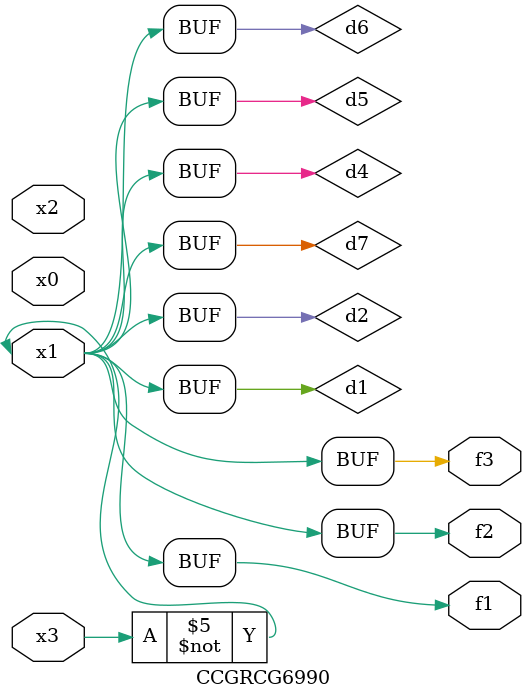
<source format=v>
module CCGRCG6990(
	input x0, x1, x2, x3,
	output f1, f2, f3
);

	wire d1, d2, d3, d4, d5, d6, d7;

	not (d1, x3);
	buf (d2, x1);
	xnor (d3, d1, d2);
	nor (d4, d1);
	buf (d5, d1, d2);
	buf (d6, d4, d5);
	nand (d7, d4);
	assign f1 = d6;
	assign f2 = d7;
	assign f3 = d6;
endmodule

</source>
